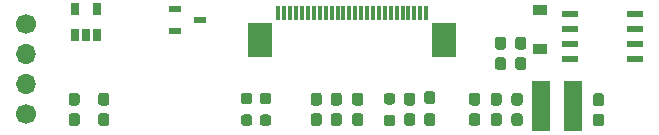
<source format=gbr>
%TF.GenerationSoftware,KiCad,Pcbnew,(5.1.9)-1*%
%TF.CreationDate,2021-03-01T22:37:49-08:00*%
%TF.ProjectId,SD1326_I2C_breakout,53443133-3236-45f4-9932-435f62726561,0.1b*%
%TF.SameCoordinates,Original*%
%TF.FileFunction,Soldermask,Bot*%
%TF.FilePolarity,Negative*%
%FSLAX46Y46*%
G04 Gerber Fmt 4.6, Leading zero omitted, Abs format (unit mm)*
G04 Created by KiCad (PCBNEW (5.1.9)-1) date 2021-03-01 22:37:49*
%MOMM*%
%LPD*%
G01*
G04 APERTURE LIST*
%ADD10C,1.700000*%
%ADD11O,1.700000X1.700000*%
%ADD12R,0.650000X1.060000*%
%ADD13R,1.090000X0.610000*%
%ADD14R,0.300000X1.250000*%
%ADD15R,2.000000X3.000000*%
%ADD16R,1.454899X0.532600*%
%ADD17R,1.500000X4.200000*%
%ADD18R,1.220000X0.910000*%
G04 APERTURE END LIST*
%TO.C,C13*%
G36*
G01*
X76472500Y-37815000D02*
X76947500Y-37815000D01*
G75*
G02*
X77185000Y-38052500I0J-237500D01*
G01*
X77185000Y-38652500D01*
G75*
G02*
X76947500Y-38890000I-237500J0D01*
G01*
X76472500Y-38890000D01*
G75*
G02*
X76235000Y-38652500I0J237500D01*
G01*
X76235000Y-38052500D01*
G75*
G02*
X76472500Y-37815000I237500J0D01*
G01*
G37*
G36*
G01*
X76472500Y-36090000D02*
X76947500Y-36090000D01*
G75*
G02*
X77185000Y-36327500I0J-237500D01*
G01*
X77185000Y-36927500D01*
G75*
G02*
X76947500Y-37165000I-237500J0D01*
G01*
X76472500Y-37165000D01*
G75*
G02*
X76235000Y-36927500I0J237500D01*
G01*
X76235000Y-36327500D01*
G75*
G02*
X76472500Y-36090000I237500J0D01*
G01*
G37*
%TD*%
D10*
%TO.C,J1*%
X70110000Y-37900000D03*
D11*
X70110000Y-35360000D03*
X70110000Y-32820000D03*
D10*
X70110000Y-30280000D03*
%TD*%
D12*
%TO.C,U4*%
X76160000Y-28990000D03*
X74260000Y-28990000D03*
X74260000Y-31190000D03*
X75210000Y-31190000D03*
X76160000Y-31190000D03*
%TD*%
D13*
%TO.C,U3*%
X82710000Y-28990000D03*
X84850000Y-29905000D03*
X82710000Y-30820000D03*
%TD*%
D14*
%TO.C,U2*%
X103510000Y-29290000D03*
X104010000Y-29290000D03*
X102510000Y-29290000D03*
X103010000Y-29290000D03*
X101510000Y-29290000D03*
X102010000Y-29290000D03*
X100510000Y-29290000D03*
X101010000Y-29290000D03*
X99510000Y-29290000D03*
X100010000Y-29290000D03*
X98510000Y-29290000D03*
X99010000Y-29290000D03*
X97510000Y-29290000D03*
X98010000Y-29290000D03*
X96510000Y-29290000D03*
X97010000Y-29290000D03*
X95510000Y-29290000D03*
X96010000Y-29290000D03*
X94510000Y-29290000D03*
X95010000Y-29290000D03*
X93510000Y-29290000D03*
X94010000Y-29290000D03*
X92510000Y-29290000D03*
X93010000Y-29290000D03*
X91510000Y-29290000D03*
X92010000Y-29290000D03*
D15*
X89970000Y-31615000D03*
X105550000Y-31615000D03*
%TD*%
D16*
%TO.C,U1*%
X116210000Y-29420000D03*
X116210000Y-30690000D03*
X116210000Y-31960000D03*
X116210000Y-33230000D03*
X121652696Y-33230000D03*
X121652696Y-31960000D03*
X121652696Y-30690000D03*
X121652696Y-29420000D03*
%TD*%
%TO.C,R3*%
G36*
G01*
X100672500Y-37927500D02*
X101147500Y-37927500D01*
G75*
G02*
X101385000Y-38165000I0J-237500D01*
G01*
X101385000Y-38665000D01*
G75*
G02*
X101147500Y-38902500I-237500J0D01*
G01*
X100672500Y-38902500D01*
G75*
G02*
X100435000Y-38665000I0J237500D01*
G01*
X100435000Y-38165000D01*
G75*
G02*
X100672500Y-37927500I237500J0D01*
G01*
G37*
G36*
G01*
X100672500Y-36102500D02*
X101147500Y-36102500D01*
G75*
G02*
X101385000Y-36340000I0J-237500D01*
G01*
X101385000Y-36840000D01*
G75*
G02*
X101147500Y-37077500I-237500J0D01*
G01*
X100672500Y-37077500D01*
G75*
G02*
X100435000Y-36840000I0J237500D01*
G01*
X100435000Y-36340000D01*
G75*
G02*
X100672500Y-36102500I237500J0D01*
G01*
G37*
%TD*%
%TO.C,R2*%
G36*
G01*
X88572500Y-37915000D02*
X89047500Y-37915000D01*
G75*
G02*
X89285000Y-38152500I0J-237500D01*
G01*
X89285000Y-38652500D01*
G75*
G02*
X89047500Y-38890000I-237500J0D01*
G01*
X88572500Y-38890000D01*
G75*
G02*
X88335000Y-38652500I0J237500D01*
G01*
X88335000Y-38152500D01*
G75*
G02*
X88572500Y-37915000I237500J0D01*
G01*
G37*
G36*
G01*
X88572500Y-36090000D02*
X89047500Y-36090000D01*
G75*
G02*
X89285000Y-36327500I0J-237500D01*
G01*
X89285000Y-36827500D01*
G75*
G02*
X89047500Y-37065000I-237500J0D01*
G01*
X88572500Y-37065000D01*
G75*
G02*
X88335000Y-36827500I0J237500D01*
G01*
X88335000Y-36327500D01*
G75*
G02*
X88572500Y-36090000I237500J0D01*
G01*
G37*
%TD*%
%TO.C,R1*%
G36*
G01*
X90172500Y-37915000D02*
X90647500Y-37915000D01*
G75*
G02*
X90885000Y-38152500I0J-237500D01*
G01*
X90885000Y-38652500D01*
G75*
G02*
X90647500Y-38890000I-237500J0D01*
G01*
X90172500Y-38890000D01*
G75*
G02*
X89935000Y-38652500I0J237500D01*
G01*
X89935000Y-38152500D01*
G75*
G02*
X90172500Y-37915000I237500J0D01*
G01*
G37*
G36*
G01*
X90172500Y-36090000D02*
X90647500Y-36090000D01*
G75*
G02*
X90885000Y-36327500I0J-237500D01*
G01*
X90885000Y-36827500D01*
G75*
G02*
X90647500Y-37065000I-237500J0D01*
G01*
X90172500Y-37065000D01*
G75*
G02*
X89935000Y-36827500I0J237500D01*
G01*
X89935000Y-36327500D01*
G75*
G02*
X90172500Y-36090000I237500J0D01*
G01*
G37*
%TD*%
D17*
%TO.C,L1*%
X113710000Y-37190000D03*
X116410000Y-37190000D03*
%TD*%
D18*
%TO.C,D1*%
X113610000Y-29090000D03*
X113610000Y-32360000D03*
%TD*%
%TO.C,C12*%
G36*
G01*
X73972500Y-37815000D02*
X74447500Y-37815000D01*
G75*
G02*
X74685000Y-38052500I0J-237500D01*
G01*
X74685000Y-38652500D01*
G75*
G02*
X74447500Y-38890000I-237500J0D01*
G01*
X73972500Y-38890000D01*
G75*
G02*
X73735000Y-38652500I0J237500D01*
G01*
X73735000Y-38052500D01*
G75*
G02*
X73972500Y-37815000I237500J0D01*
G01*
G37*
G36*
G01*
X73972500Y-36090000D02*
X74447500Y-36090000D01*
G75*
G02*
X74685000Y-36327500I0J-237500D01*
G01*
X74685000Y-36927500D01*
G75*
G02*
X74447500Y-37165000I-237500J0D01*
G01*
X73972500Y-37165000D01*
G75*
G02*
X73735000Y-36927500I0J237500D01*
G01*
X73735000Y-36327500D01*
G75*
G02*
X73972500Y-36090000I237500J0D01*
G01*
G37*
%TD*%
%TO.C,C11*%
G36*
G01*
X96172500Y-37815000D02*
X96647500Y-37815000D01*
G75*
G02*
X96885000Y-38052500I0J-237500D01*
G01*
X96885000Y-38652500D01*
G75*
G02*
X96647500Y-38890000I-237500J0D01*
G01*
X96172500Y-38890000D01*
G75*
G02*
X95935000Y-38652500I0J237500D01*
G01*
X95935000Y-38052500D01*
G75*
G02*
X96172500Y-37815000I237500J0D01*
G01*
G37*
G36*
G01*
X96172500Y-36090000D02*
X96647500Y-36090000D01*
G75*
G02*
X96885000Y-36327500I0J-237500D01*
G01*
X96885000Y-36927500D01*
G75*
G02*
X96647500Y-37165000I-237500J0D01*
G01*
X96172500Y-37165000D01*
G75*
G02*
X95935000Y-36927500I0J237500D01*
G01*
X95935000Y-36327500D01*
G75*
G02*
X96172500Y-36090000I237500J0D01*
G01*
G37*
%TD*%
%TO.C,C10*%
G36*
G01*
X97972500Y-37815000D02*
X98447500Y-37815000D01*
G75*
G02*
X98685000Y-38052500I0J-237500D01*
G01*
X98685000Y-38652500D01*
G75*
G02*
X98447500Y-38890000I-237500J0D01*
G01*
X97972500Y-38890000D01*
G75*
G02*
X97735000Y-38652500I0J237500D01*
G01*
X97735000Y-38052500D01*
G75*
G02*
X97972500Y-37815000I237500J0D01*
G01*
G37*
G36*
G01*
X97972500Y-36090000D02*
X98447500Y-36090000D01*
G75*
G02*
X98685000Y-36327500I0J-237500D01*
G01*
X98685000Y-36927500D01*
G75*
G02*
X98447500Y-37165000I-237500J0D01*
G01*
X97972500Y-37165000D01*
G75*
G02*
X97735000Y-36927500I0J237500D01*
G01*
X97735000Y-36327500D01*
G75*
G02*
X97972500Y-36090000I237500J0D01*
G01*
G37*
%TD*%
%TO.C,C9*%
G36*
G01*
X94472500Y-37815000D02*
X94947500Y-37815000D01*
G75*
G02*
X95185000Y-38052500I0J-237500D01*
G01*
X95185000Y-38652500D01*
G75*
G02*
X94947500Y-38890000I-237500J0D01*
G01*
X94472500Y-38890000D01*
G75*
G02*
X94235000Y-38652500I0J237500D01*
G01*
X94235000Y-38052500D01*
G75*
G02*
X94472500Y-37815000I237500J0D01*
G01*
G37*
G36*
G01*
X94472500Y-36090000D02*
X94947500Y-36090000D01*
G75*
G02*
X95185000Y-36327500I0J-237500D01*
G01*
X95185000Y-36927500D01*
G75*
G02*
X94947500Y-37165000I-237500J0D01*
G01*
X94472500Y-37165000D01*
G75*
G02*
X94235000Y-36927500I0J237500D01*
G01*
X94235000Y-36327500D01*
G75*
G02*
X94472500Y-36090000I237500J0D01*
G01*
G37*
%TD*%
%TO.C,Ce*%
G36*
G01*
X102372500Y-37815000D02*
X102847500Y-37815000D01*
G75*
G02*
X103085000Y-38052500I0J-237500D01*
G01*
X103085000Y-38652500D01*
G75*
G02*
X102847500Y-38890000I-237500J0D01*
G01*
X102372500Y-38890000D01*
G75*
G02*
X102135000Y-38652500I0J237500D01*
G01*
X102135000Y-38052500D01*
G75*
G02*
X102372500Y-37815000I237500J0D01*
G01*
G37*
G36*
G01*
X102372500Y-36090000D02*
X102847500Y-36090000D01*
G75*
G02*
X103085000Y-36327500I0J-237500D01*
G01*
X103085000Y-36927500D01*
G75*
G02*
X102847500Y-37165000I-237500J0D01*
G01*
X102372500Y-37165000D01*
G75*
G02*
X102135000Y-36927500I0J237500D01*
G01*
X102135000Y-36327500D01*
G75*
G02*
X102372500Y-36090000I237500J0D01*
G01*
G37*
%TD*%
%TO.C,C7*%
G36*
G01*
X104072500Y-37815000D02*
X104547500Y-37815000D01*
G75*
G02*
X104785000Y-38052500I0J-237500D01*
G01*
X104785000Y-38652500D01*
G75*
G02*
X104547500Y-38890000I-237500J0D01*
G01*
X104072500Y-38890000D01*
G75*
G02*
X103835000Y-38652500I0J237500D01*
G01*
X103835000Y-38052500D01*
G75*
G02*
X104072500Y-37815000I237500J0D01*
G01*
G37*
G36*
G01*
X104072500Y-35952500D02*
X104547500Y-35952500D01*
G75*
G02*
X104785000Y-36190000I0J-237500D01*
G01*
X104785000Y-36790000D01*
G75*
G02*
X104547500Y-37027500I-237500J0D01*
G01*
X104072500Y-37027500D01*
G75*
G02*
X103835000Y-36790000I0J237500D01*
G01*
X103835000Y-36190000D01*
G75*
G02*
X104072500Y-35952500I237500J0D01*
G01*
G37*
%TD*%
%TO.C,C6*%
G36*
G01*
X118372500Y-37852500D02*
X118847500Y-37852500D01*
G75*
G02*
X119085000Y-38090000I0J-237500D01*
G01*
X119085000Y-38690000D01*
G75*
G02*
X118847500Y-38927500I-237500J0D01*
G01*
X118372500Y-38927500D01*
G75*
G02*
X118135000Y-38690000I0J237500D01*
G01*
X118135000Y-38090000D01*
G75*
G02*
X118372500Y-37852500I237500J0D01*
G01*
G37*
G36*
G01*
X118372500Y-36127500D02*
X118847500Y-36127500D01*
G75*
G02*
X119085000Y-36365000I0J-237500D01*
G01*
X119085000Y-36965000D01*
G75*
G02*
X118847500Y-37202500I-237500J0D01*
G01*
X118372500Y-37202500D01*
G75*
G02*
X118135000Y-36965000I0J237500D01*
G01*
X118135000Y-36365000D01*
G75*
G02*
X118372500Y-36127500I237500J0D01*
G01*
G37*
%TD*%
%TO.C,C5*%
G36*
G01*
X111472500Y-37815000D02*
X111947500Y-37815000D01*
G75*
G02*
X112185000Y-38052500I0J-237500D01*
G01*
X112185000Y-38652500D01*
G75*
G02*
X111947500Y-38890000I-237500J0D01*
G01*
X111472500Y-38890000D01*
G75*
G02*
X111235000Y-38652500I0J237500D01*
G01*
X111235000Y-38052500D01*
G75*
G02*
X111472500Y-37815000I237500J0D01*
G01*
G37*
G36*
G01*
X111472500Y-36090000D02*
X111947500Y-36090000D01*
G75*
G02*
X112185000Y-36327500I0J-237500D01*
G01*
X112185000Y-36927500D01*
G75*
G02*
X111947500Y-37165000I-237500J0D01*
G01*
X111472500Y-37165000D01*
G75*
G02*
X111235000Y-36927500I0J237500D01*
G01*
X111235000Y-36327500D01*
G75*
G02*
X111472500Y-36090000I237500J0D01*
G01*
G37*
%TD*%
%TO.C,C4*%
G36*
G01*
X109702500Y-37815000D02*
X110177500Y-37815000D01*
G75*
G02*
X110415000Y-38052500I0J-237500D01*
G01*
X110415000Y-38652500D01*
G75*
G02*
X110177500Y-38890000I-237500J0D01*
G01*
X109702500Y-38890000D01*
G75*
G02*
X109465000Y-38652500I0J237500D01*
G01*
X109465000Y-38052500D01*
G75*
G02*
X109702500Y-37815000I237500J0D01*
G01*
G37*
G36*
G01*
X109702500Y-36090000D02*
X110177500Y-36090000D01*
G75*
G02*
X110415000Y-36327500I0J-237500D01*
G01*
X110415000Y-36927500D01*
G75*
G02*
X110177500Y-37165000I-237500J0D01*
G01*
X109702500Y-37165000D01*
G75*
G02*
X109465000Y-36927500I0J237500D01*
G01*
X109465000Y-36327500D01*
G75*
G02*
X109702500Y-36090000I237500J0D01*
G01*
G37*
%TD*%
%TO.C,C3*%
G36*
G01*
X107872500Y-37815000D02*
X108347500Y-37815000D01*
G75*
G02*
X108585000Y-38052500I0J-237500D01*
G01*
X108585000Y-38652500D01*
G75*
G02*
X108347500Y-38890000I-237500J0D01*
G01*
X107872500Y-38890000D01*
G75*
G02*
X107635000Y-38652500I0J237500D01*
G01*
X107635000Y-38052500D01*
G75*
G02*
X107872500Y-37815000I237500J0D01*
G01*
G37*
G36*
G01*
X107872500Y-36090000D02*
X108347500Y-36090000D01*
G75*
G02*
X108585000Y-36327500I0J-237500D01*
G01*
X108585000Y-36927500D01*
G75*
G02*
X108347500Y-37165000I-237500J0D01*
G01*
X107872500Y-37165000D01*
G75*
G02*
X107635000Y-36927500I0J237500D01*
G01*
X107635000Y-36327500D01*
G75*
G02*
X107872500Y-36090000I237500J0D01*
G01*
G37*
%TD*%
%TO.C,C2*%
G36*
G01*
X110072500Y-33077500D02*
X110547500Y-33077500D01*
G75*
G02*
X110785000Y-33315000I0J-237500D01*
G01*
X110785000Y-33915000D01*
G75*
G02*
X110547500Y-34152500I-237500J0D01*
G01*
X110072500Y-34152500D01*
G75*
G02*
X109835000Y-33915000I0J237500D01*
G01*
X109835000Y-33315000D01*
G75*
G02*
X110072500Y-33077500I237500J0D01*
G01*
G37*
G36*
G01*
X110072500Y-31352500D02*
X110547500Y-31352500D01*
G75*
G02*
X110785000Y-31590000I0J-237500D01*
G01*
X110785000Y-32190000D01*
G75*
G02*
X110547500Y-32427500I-237500J0D01*
G01*
X110072500Y-32427500D01*
G75*
G02*
X109835000Y-32190000I0J237500D01*
G01*
X109835000Y-31590000D01*
G75*
G02*
X110072500Y-31352500I237500J0D01*
G01*
G37*
%TD*%
%TO.C,C1*%
G36*
G01*
X111772500Y-33077500D02*
X112247500Y-33077500D01*
G75*
G02*
X112485000Y-33315000I0J-237500D01*
G01*
X112485000Y-33915000D01*
G75*
G02*
X112247500Y-34152500I-237500J0D01*
G01*
X111772500Y-34152500D01*
G75*
G02*
X111535000Y-33915000I0J237500D01*
G01*
X111535000Y-33315000D01*
G75*
G02*
X111772500Y-33077500I237500J0D01*
G01*
G37*
G36*
G01*
X111772500Y-31352500D02*
X112247500Y-31352500D01*
G75*
G02*
X112485000Y-31590000I0J-237500D01*
G01*
X112485000Y-32190000D01*
G75*
G02*
X112247500Y-32427500I-237500J0D01*
G01*
X111772500Y-32427500D01*
G75*
G02*
X111535000Y-32190000I0J237500D01*
G01*
X111535000Y-31590000D01*
G75*
G02*
X111772500Y-31352500I237500J0D01*
G01*
G37*
%TD*%
M02*

</source>
